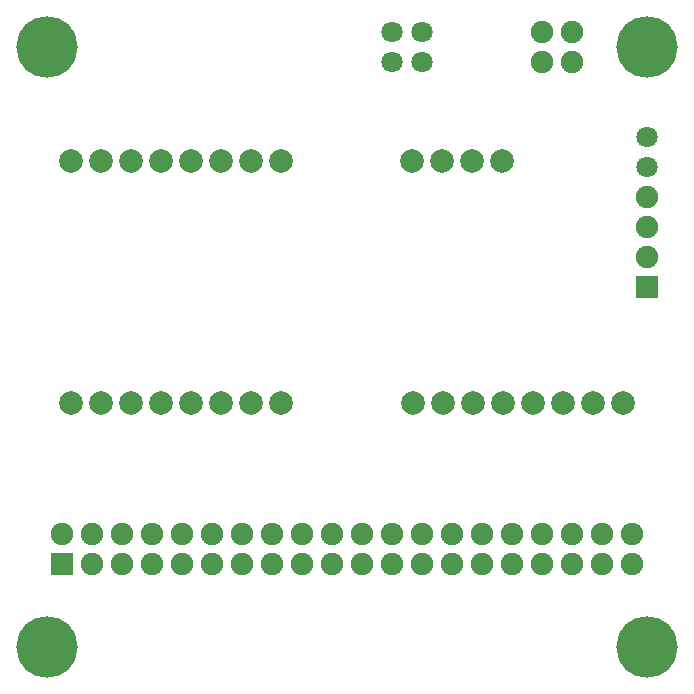
<source format=gbs>
G04 Layer: BottomSolderMaskLayer*
G04 EasyEDA v6.5.32, 2023-07-25 15:13:50*
G04 a282f81a537d4805a8fc574f192bbdcb,5a6b42c53f6a479593ecc07194224c93,10*
G04 Gerber Generator version 0.2*
G04 Scale: 100 percent, Rotated: No, Reflected: No *
G04 Dimensions in millimeters *
G04 leading zeros omitted , absolute positions ,4 integer and 5 decimal *
%FSLAX45Y45*%
%MOMM*%

%AMMACRO1*1,1,$1,$2,$3*1,1,$1,$4,$5*1,1,$1,0-$2,0-$3*1,1,$1,0-$4,0-$5*20,1,$1,$2,$3,$4,$5,0*20,1,$1,$4,$5,0-$2,0-$3,0*20,1,$1,0-$2,0-$3,0-$4,0-$5,0*20,1,$1,0-$4,0-$5,$2,$3,0*4,1,4,$2,$3,$4,$5,0-$2,0-$3,0-$4,0-$5,$2,$3,0*%
%ADD10C,1.9016*%
%ADD11MACRO1,0.1016X-0.9X-0.9X-0.9X0.9*%
%ADD12MACRO1,0.1016X-0.85X0.9X-0.85X-0.9*%
%ADD13C,5.2032*%
%ADD14C,2.0016*%
%ADD15C,1.8016*%

%LPD*%
D10*
G01*
X5334000Y1333500D03*
G01*
X5334000Y1079500D03*
G01*
X5080000Y1333500D03*
G01*
X5080000Y1079500D03*
G01*
X4826000Y1333500D03*
G01*
X4826000Y1079500D03*
G01*
X4572000Y1333500D03*
G01*
X4572000Y1079500D03*
G01*
X4318000Y1333500D03*
G01*
X4318000Y1079500D03*
G01*
X4064000Y1333500D03*
G01*
X4064000Y1079500D03*
G01*
X3810000Y1333500D03*
G01*
X3810000Y1079500D03*
G01*
X3556000Y1333500D03*
G01*
X3556000Y1079500D03*
G01*
X3302000Y1333500D03*
G01*
X3302000Y1079500D03*
G01*
X3048000Y1333500D03*
G01*
X3048000Y1079500D03*
G01*
X2794000Y1333500D03*
G01*
X2794000Y1079500D03*
G01*
X2540000Y1333500D03*
G01*
X2540000Y1079500D03*
G01*
X2286000Y1333500D03*
G01*
X2286000Y1079500D03*
G01*
X2032000Y1333500D03*
G01*
X2032000Y1079500D03*
G01*
X1778000Y1333500D03*
G01*
X1778000Y1079500D03*
G01*
X1524000Y1333500D03*
G01*
X1524000Y1079500D03*
G01*
X1270000Y1333500D03*
G01*
X1270000Y1079500D03*
G01*
X1016000Y1333500D03*
G01*
X1016000Y1079500D03*
G01*
X762000Y1333500D03*
G01*
X762000Y1079500D03*
G01*
X508000Y1333500D03*
D11*
G01*
X508000Y1079500D03*
D10*
G01*
X5461000Y4191000D03*
D12*
G01*
X5461001Y3429000D03*
D10*
G01*
X5461000Y3683000D03*
G01*
X5461000Y3937000D03*
D13*
G01*
X381000Y5461000D03*
G01*
X5461000Y5461000D03*
G01*
X5461000Y381000D03*
G01*
X381000Y381000D03*
D14*
G01*
X2362200Y4495800D03*
G01*
X2108200Y4495800D03*
G01*
X1854200Y4495800D03*
G01*
X1600200Y4495800D03*
G01*
X1346200Y4495800D03*
G01*
X1092200Y4495800D03*
G01*
X838200Y4495800D03*
G01*
X584200Y4495800D03*
D10*
G01*
X4572000Y5588000D03*
G01*
X4572000Y5334000D03*
G01*
X4826000Y5334000D03*
G01*
X4826000Y5588000D03*
D14*
G01*
X2358923Y2447493D03*
G01*
X2104923Y2447493D03*
G01*
X1850923Y2447493D03*
G01*
X1596923Y2447493D03*
G01*
X1342923Y2447493D03*
G01*
X1088923Y2447493D03*
G01*
X834923Y2447493D03*
G01*
X580923Y2447493D03*
G01*
X5254523Y2447493D03*
G01*
X5000523Y2447493D03*
G01*
X4746523Y2447493D03*
G01*
X4492523Y2447493D03*
G01*
X4238523Y2447493D03*
G01*
X3984523Y2447493D03*
G01*
X3730523Y2447493D03*
G01*
X3476523Y2447493D03*
D15*
G01*
X5461000Y4445000D03*
G01*
X5461000Y4699000D03*
G01*
X3302000Y5334000D03*
G01*
X3556000Y5334000D03*
G01*
X3556000Y5588000D03*
G01*
X3302000Y5588000D03*
D14*
G01*
X3724732Y4495774D03*
G01*
X3978732Y4495774D03*
G01*
X4232732Y4495774D03*
G01*
X3470732Y4495774D03*
M02*

</source>
